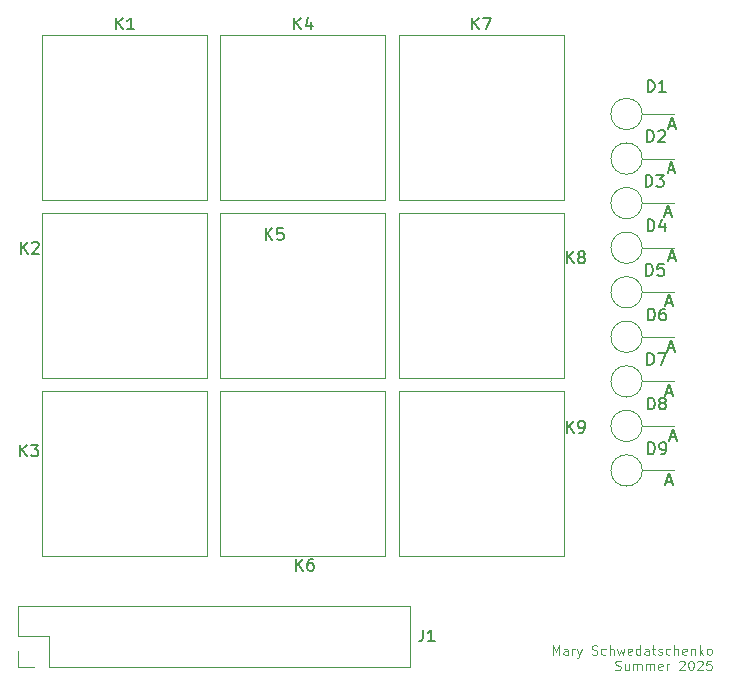
<source format=gto>
%TF.GenerationSoftware,KiCad,Pcbnew,8.0.5*%
%TF.CreationDate,2025-07-15T13:21:23-04:00*%
%TF.ProjectId,macropad,6d616372-6f70-4616-942e-6b696361645f,rev?*%
%TF.SameCoordinates,Original*%
%TF.FileFunction,Legend,Top*%
%TF.FilePolarity,Positive*%
%FSLAX46Y46*%
G04 Gerber Fmt 4.6, Leading zero omitted, Abs format (unit mm)*
G04 Created by KiCad (PCBNEW 8.0.5) date 2025-07-15 13:21:23*
%MOMM*%
%LPD*%
G01*
G04 APERTURE LIST*
%ADD10C,0.093750*%
%ADD11C,0.150000*%
%ADD12C,0.120000*%
G04 APERTURE END LIST*
D10*
X165078320Y-110189265D02*
X165078320Y-109389265D01*
X165078320Y-109389265D02*
X165344986Y-109960693D01*
X165344986Y-109960693D02*
X165611653Y-109389265D01*
X165611653Y-109389265D02*
X165611653Y-110189265D01*
X166335463Y-110189265D02*
X166335463Y-109770217D01*
X166335463Y-109770217D02*
X166297368Y-109694027D01*
X166297368Y-109694027D02*
X166221177Y-109655931D01*
X166221177Y-109655931D02*
X166068796Y-109655931D01*
X166068796Y-109655931D02*
X165992606Y-109694027D01*
X166335463Y-110151170D02*
X166259272Y-110189265D01*
X166259272Y-110189265D02*
X166068796Y-110189265D01*
X166068796Y-110189265D02*
X165992606Y-110151170D01*
X165992606Y-110151170D02*
X165954510Y-110074979D01*
X165954510Y-110074979D02*
X165954510Y-109998789D01*
X165954510Y-109998789D02*
X165992606Y-109922598D01*
X165992606Y-109922598D02*
X166068796Y-109884503D01*
X166068796Y-109884503D02*
X166259272Y-109884503D01*
X166259272Y-109884503D02*
X166335463Y-109846408D01*
X166716416Y-110189265D02*
X166716416Y-109655931D01*
X166716416Y-109808312D02*
X166754511Y-109732122D01*
X166754511Y-109732122D02*
X166792606Y-109694027D01*
X166792606Y-109694027D02*
X166868797Y-109655931D01*
X166868797Y-109655931D02*
X166944987Y-109655931D01*
X167135463Y-109655931D02*
X167325939Y-110189265D01*
X167516416Y-109655931D02*
X167325939Y-110189265D01*
X167325939Y-110189265D02*
X167249749Y-110379741D01*
X167249749Y-110379741D02*
X167211654Y-110417836D01*
X167211654Y-110417836D02*
X167135463Y-110455931D01*
X168392606Y-110151170D02*
X168506892Y-110189265D01*
X168506892Y-110189265D02*
X168697368Y-110189265D01*
X168697368Y-110189265D02*
X168773559Y-110151170D01*
X168773559Y-110151170D02*
X168811654Y-110113074D01*
X168811654Y-110113074D02*
X168849749Y-110036884D01*
X168849749Y-110036884D02*
X168849749Y-109960693D01*
X168849749Y-109960693D02*
X168811654Y-109884503D01*
X168811654Y-109884503D02*
X168773559Y-109846408D01*
X168773559Y-109846408D02*
X168697368Y-109808312D01*
X168697368Y-109808312D02*
X168544987Y-109770217D01*
X168544987Y-109770217D02*
X168468797Y-109732122D01*
X168468797Y-109732122D02*
X168430702Y-109694027D01*
X168430702Y-109694027D02*
X168392606Y-109617836D01*
X168392606Y-109617836D02*
X168392606Y-109541646D01*
X168392606Y-109541646D02*
X168430702Y-109465455D01*
X168430702Y-109465455D02*
X168468797Y-109427360D01*
X168468797Y-109427360D02*
X168544987Y-109389265D01*
X168544987Y-109389265D02*
X168735464Y-109389265D01*
X168735464Y-109389265D02*
X168849749Y-109427360D01*
X169535464Y-110151170D02*
X169459273Y-110189265D01*
X169459273Y-110189265D02*
X169306892Y-110189265D01*
X169306892Y-110189265D02*
X169230702Y-110151170D01*
X169230702Y-110151170D02*
X169192607Y-110113074D01*
X169192607Y-110113074D02*
X169154511Y-110036884D01*
X169154511Y-110036884D02*
X169154511Y-109808312D01*
X169154511Y-109808312D02*
X169192607Y-109732122D01*
X169192607Y-109732122D02*
X169230702Y-109694027D01*
X169230702Y-109694027D02*
X169306892Y-109655931D01*
X169306892Y-109655931D02*
X169459273Y-109655931D01*
X169459273Y-109655931D02*
X169535464Y-109694027D01*
X169878321Y-110189265D02*
X169878321Y-109389265D01*
X170221178Y-110189265D02*
X170221178Y-109770217D01*
X170221178Y-109770217D02*
X170183083Y-109694027D01*
X170183083Y-109694027D02*
X170106892Y-109655931D01*
X170106892Y-109655931D02*
X169992606Y-109655931D01*
X169992606Y-109655931D02*
X169916416Y-109694027D01*
X169916416Y-109694027D02*
X169878321Y-109732122D01*
X170525940Y-109655931D02*
X170678321Y-110189265D01*
X170678321Y-110189265D02*
X170830702Y-109808312D01*
X170830702Y-109808312D02*
X170983083Y-110189265D01*
X170983083Y-110189265D02*
X171135464Y-109655931D01*
X171744988Y-110151170D02*
X171668797Y-110189265D01*
X171668797Y-110189265D02*
X171516416Y-110189265D01*
X171516416Y-110189265D02*
X171440226Y-110151170D01*
X171440226Y-110151170D02*
X171402130Y-110074979D01*
X171402130Y-110074979D02*
X171402130Y-109770217D01*
X171402130Y-109770217D02*
X171440226Y-109694027D01*
X171440226Y-109694027D02*
X171516416Y-109655931D01*
X171516416Y-109655931D02*
X171668797Y-109655931D01*
X171668797Y-109655931D02*
X171744988Y-109694027D01*
X171744988Y-109694027D02*
X171783083Y-109770217D01*
X171783083Y-109770217D02*
X171783083Y-109846408D01*
X171783083Y-109846408D02*
X171402130Y-109922598D01*
X172468797Y-110189265D02*
X172468797Y-109389265D01*
X172468797Y-110151170D02*
X172392606Y-110189265D01*
X172392606Y-110189265D02*
X172240225Y-110189265D01*
X172240225Y-110189265D02*
X172164035Y-110151170D01*
X172164035Y-110151170D02*
X172125940Y-110113074D01*
X172125940Y-110113074D02*
X172087844Y-110036884D01*
X172087844Y-110036884D02*
X172087844Y-109808312D01*
X172087844Y-109808312D02*
X172125940Y-109732122D01*
X172125940Y-109732122D02*
X172164035Y-109694027D01*
X172164035Y-109694027D02*
X172240225Y-109655931D01*
X172240225Y-109655931D02*
X172392606Y-109655931D01*
X172392606Y-109655931D02*
X172468797Y-109694027D01*
X173192607Y-110189265D02*
X173192607Y-109770217D01*
X173192607Y-109770217D02*
X173154512Y-109694027D01*
X173154512Y-109694027D02*
X173078321Y-109655931D01*
X173078321Y-109655931D02*
X172925940Y-109655931D01*
X172925940Y-109655931D02*
X172849750Y-109694027D01*
X173192607Y-110151170D02*
X173116416Y-110189265D01*
X173116416Y-110189265D02*
X172925940Y-110189265D01*
X172925940Y-110189265D02*
X172849750Y-110151170D01*
X172849750Y-110151170D02*
X172811654Y-110074979D01*
X172811654Y-110074979D02*
X172811654Y-109998789D01*
X172811654Y-109998789D02*
X172849750Y-109922598D01*
X172849750Y-109922598D02*
X172925940Y-109884503D01*
X172925940Y-109884503D02*
X173116416Y-109884503D01*
X173116416Y-109884503D02*
X173192607Y-109846408D01*
X173459274Y-109655931D02*
X173764036Y-109655931D01*
X173573560Y-109389265D02*
X173573560Y-110074979D01*
X173573560Y-110074979D02*
X173611655Y-110151170D01*
X173611655Y-110151170D02*
X173687845Y-110189265D01*
X173687845Y-110189265D02*
X173764036Y-110189265D01*
X173992607Y-110151170D02*
X174068798Y-110189265D01*
X174068798Y-110189265D02*
X174221179Y-110189265D01*
X174221179Y-110189265D02*
X174297369Y-110151170D01*
X174297369Y-110151170D02*
X174335465Y-110074979D01*
X174335465Y-110074979D02*
X174335465Y-110036884D01*
X174335465Y-110036884D02*
X174297369Y-109960693D01*
X174297369Y-109960693D02*
X174221179Y-109922598D01*
X174221179Y-109922598D02*
X174106893Y-109922598D01*
X174106893Y-109922598D02*
X174030703Y-109884503D01*
X174030703Y-109884503D02*
X173992607Y-109808312D01*
X173992607Y-109808312D02*
X173992607Y-109770217D01*
X173992607Y-109770217D02*
X174030703Y-109694027D01*
X174030703Y-109694027D02*
X174106893Y-109655931D01*
X174106893Y-109655931D02*
X174221179Y-109655931D01*
X174221179Y-109655931D02*
X174297369Y-109694027D01*
X175021179Y-110151170D02*
X174944988Y-110189265D01*
X174944988Y-110189265D02*
X174792607Y-110189265D01*
X174792607Y-110189265D02*
X174716417Y-110151170D01*
X174716417Y-110151170D02*
X174678322Y-110113074D01*
X174678322Y-110113074D02*
X174640226Y-110036884D01*
X174640226Y-110036884D02*
X174640226Y-109808312D01*
X174640226Y-109808312D02*
X174678322Y-109732122D01*
X174678322Y-109732122D02*
X174716417Y-109694027D01*
X174716417Y-109694027D02*
X174792607Y-109655931D01*
X174792607Y-109655931D02*
X174944988Y-109655931D01*
X174944988Y-109655931D02*
X175021179Y-109694027D01*
X175364036Y-110189265D02*
X175364036Y-109389265D01*
X175706893Y-110189265D02*
X175706893Y-109770217D01*
X175706893Y-109770217D02*
X175668798Y-109694027D01*
X175668798Y-109694027D02*
X175592607Y-109655931D01*
X175592607Y-109655931D02*
X175478321Y-109655931D01*
X175478321Y-109655931D02*
X175402131Y-109694027D01*
X175402131Y-109694027D02*
X175364036Y-109732122D01*
X176392608Y-110151170D02*
X176316417Y-110189265D01*
X176316417Y-110189265D02*
X176164036Y-110189265D01*
X176164036Y-110189265D02*
X176087846Y-110151170D01*
X176087846Y-110151170D02*
X176049750Y-110074979D01*
X176049750Y-110074979D02*
X176049750Y-109770217D01*
X176049750Y-109770217D02*
X176087846Y-109694027D01*
X176087846Y-109694027D02*
X176164036Y-109655931D01*
X176164036Y-109655931D02*
X176316417Y-109655931D01*
X176316417Y-109655931D02*
X176392608Y-109694027D01*
X176392608Y-109694027D02*
X176430703Y-109770217D01*
X176430703Y-109770217D02*
X176430703Y-109846408D01*
X176430703Y-109846408D02*
X176049750Y-109922598D01*
X176773560Y-109655931D02*
X176773560Y-110189265D01*
X176773560Y-109732122D02*
X176811655Y-109694027D01*
X176811655Y-109694027D02*
X176887845Y-109655931D01*
X176887845Y-109655931D02*
X177002131Y-109655931D01*
X177002131Y-109655931D02*
X177078322Y-109694027D01*
X177078322Y-109694027D02*
X177116417Y-109770217D01*
X177116417Y-109770217D02*
X177116417Y-110189265D01*
X177497370Y-110189265D02*
X177497370Y-109389265D01*
X177573560Y-109884503D02*
X177802132Y-110189265D01*
X177802132Y-109655931D02*
X177497370Y-109960693D01*
X178259274Y-110189265D02*
X178183084Y-110151170D01*
X178183084Y-110151170D02*
X178144989Y-110113074D01*
X178144989Y-110113074D02*
X178106893Y-110036884D01*
X178106893Y-110036884D02*
X178106893Y-109808312D01*
X178106893Y-109808312D02*
X178144989Y-109732122D01*
X178144989Y-109732122D02*
X178183084Y-109694027D01*
X178183084Y-109694027D02*
X178259274Y-109655931D01*
X178259274Y-109655931D02*
X178373560Y-109655931D01*
X178373560Y-109655931D02*
X178449751Y-109694027D01*
X178449751Y-109694027D02*
X178487846Y-109732122D01*
X178487846Y-109732122D02*
X178525941Y-109808312D01*
X178525941Y-109808312D02*
X178525941Y-110036884D01*
X178525941Y-110036884D02*
X178487846Y-110113074D01*
X178487846Y-110113074D02*
X178449751Y-110151170D01*
X178449751Y-110151170D02*
X178373560Y-110189265D01*
X178373560Y-110189265D02*
X178259274Y-110189265D01*
X170373558Y-111439125D02*
X170487844Y-111477220D01*
X170487844Y-111477220D02*
X170678320Y-111477220D01*
X170678320Y-111477220D02*
X170754511Y-111439125D01*
X170754511Y-111439125D02*
X170792606Y-111401029D01*
X170792606Y-111401029D02*
X170830701Y-111324839D01*
X170830701Y-111324839D02*
X170830701Y-111248648D01*
X170830701Y-111248648D02*
X170792606Y-111172458D01*
X170792606Y-111172458D02*
X170754511Y-111134363D01*
X170754511Y-111134363D02*
X170678320Y-111096267D01*
X170678320Y-111096267D02*
X170525939Y-111058172D01*
X170525939Y-111058172D02*
X170449749Y-111020077D01*
X170449749Y-111020077D02*
X170411654Y-110981982D01*
X170411654Y-110981982D02*
X170373558Y-110905791D01*
X170373558Y-110905791D02*
X170373558Y-110829601D01*
X170373558Y-110829601D02*
X170411654Y-110753410D01*
X170411654Y-110753410D02*
X170449749Y-110715315D01*
X170449749Y-110715315D02*
X170525939Y-110677220D01*
X170525939Y-110677220D02*
X170716416Y-110677220D01*
X170716416Y-110677220D02*
X170830701Y-110715315D01*
X171516416Y-110943886D02*
X171516416Y-111477220D01*
X171173559Y-110943886D02*
X171173559Y-111362934D01*
X171173559Y-111362934D02*
X171211654Y-111439125D01*
X171211654Y-111439125D02*
X171287844Y-111477220D01*
X171287844Y-111477220D02*
X171402130Y-111477220D01*
X171402130Y-111477220D02*
X171478321Y-111439125D01*
X171478321Y-111439125D02*
X171516416Y-111401029D01*
X171897369Y-111477220D02*
X171897369Y-110943886D01*
X171897369Y-111020077D02*
X171935464Y-110981982D01*
X171935464Y-110981982D02*
X172011654Y-110943886D01*
X172011654Y-110943886D02*
X172125940Y-110943886D01*
X172125940Y-110943886D02*
X172202131Y-110981982D01*
X172202131Y-110981982D02*
X172240226Y-111058172D01*
X172240226Y-111058172D02*
X172240226Y-111477220D01*
X172240226Y-111058172D02*
X172278321Y-110981982D01*
X172278321Y-110981982D02*
X172354512Y-110943886D01*
X172354512Y-110943886D02*
X172468797Y-110943886D01*
X172468797Y-110943886D02*
X172544988Y-110981982D01*
X172544988Y-110981982D02*
X172583083Y-111058172D01*
X172583083Y-111058172D02*
X172583083Y-111477220D01*
X172964036Y-111477220D02*
X172964036Y-110943886D01*
X172964036Y-111020077D02*
X173002131Y-110981982D01*
X173002131Y-110981982D02*
X173078321Y-110943886D01*
X173078321Y-110943886D02*
X173192607Y-110943886D01*
X173192607Y-110943886D02*
X173268798Y-110981982D01*
X173268798Y-110981982D02*
X173306893Y-111058172D01*
X173306893Y-111058172D02*
X173306893Y-111477220D01*
X173306893Y-111058172D02*
X173344988Y-110981982D01*
X173344988Y-110981982D02*
X173421179Y-110943886D01*
X173421179Y-110943886D02*
X173535464Y-110943886D01*
X173535464Y-110943886D02*
X173611655Y-110981982D01*
X173611655Y-110981982D02*
X173649750Y-111058172D01*
X173649750Y-111058172D02*
X173649750Y-111477220D01*
X174335465Y-111439125D02*
X174259274Y-111477220D01*
X174259274Y-111477220D02*
X174106893Y-111477220D01*
X174106893Y-111477220D02*
X174030703Y-111439125D01*
X174030703Y-111439125D02*
X173992607Y-111362934D01*
X173992607Y-111362934D02*
X173992607Y-111058172D01*
X173992607Y-111058172D02*
X174030703Y-110981982D01*
X174030703Y-110981982D02*
X174106893Y-110943886D01*
X174106893Y-110943886D02*
X174259274Y-110943886D01*
X174259274Y-110943886D02*
X174335465Y-110981982D01*
X174335465Y-110981982D02*
X174373560Y-111058172D01*
X174373560Y-111058172D02*
X174373560Y-111134363D01*
X174373560Y-111134363D02*
X173992607Y-111210553D01*
X174716417Y-111477220D02*
X174716417Y-110943886D01*
X174716417Y-111096267D02*
X174754512Y-111020077D01*
X174754512Y-111020077D02*
X174792607Y-110981982D01*
X174792607Y-110981982D02*
X174868798Y-110943886D01*
X174868798Y-110943886D02*
X174944988Y-110943886D01*
X175783083Y-110753410D02*
X175821179Y-110715315D01*
X175821179Y-110715315D02*
X175897369Y-110677220D01*
X175897369Y-110677220D02*
X176087845Y-110677220D01*
X176087845Y-110677220D02*
X176164036Y-110715315D01*
X176164036Y-110715315D02*
X176202131Y-110753410D01*
X176202131Y-110753410D02*
X176240226Y-110829601D01*
X176240226Y-110829601D02*
X176240226Y-110905791D01*
X176240226Y-110905791D02*
X176202131Y-111020077D01*
X176202131Y-111020077D02*
X175744988Y-111477220D01*
X175744988Y-111477220D02*
X176240226Y-111477220D01*
X176735465Y-110677220D02*
X176811655Y-110677220D01*
X176811655Y-110677220D02*
X176887846Y-110715315D01*
X176887846Y-110715315D02*
X176925941Y-110753410D01*
X176925941Y-110753410D02*
X176964036Y-110829601D01*
X176964036Y-110829601D02*
X177002131Y-110981982D01*
X177002131Y-110981982D02*
X177002131Y-111172458D01*
X177002131Y-111172458D02*
X176964036Y-111324839D01*
X176964036Y-111324839D02*
X176925941Y-111401029D01*
X176925941Y-111401029D02*
X176887846Y-111439125D01*
X176887846Y-111439125D02*
X176811655Y-111477220D01*
X176811655Y-111477220D02*
X176735465Y-111477220D01*
X176735465Y-111477220D02*
X176659274Y-111439125D01*
X176659274Y-111439125D02*
X176621179Y-111401029D01*
X176621179Y-111401029D02*
X176583084Y-111324839D01*
X176583084Y-111324839D02*
X176544988Y-111172458D01*
X176544988Y-111172458D02*
X176544988Y-110981982D01*
X176544988Y-110981982D02*
X176583084Y-110829601D01*
X176583084Y-110829601D02*
X176621179Y-110753410D01*
X176621179Y-110753410D02*
X176659274Y-110715315D01*
X176659274Y-110715315D02*
X176735465Y-110677220D01*
X177306893Y-110753410D02*
X177344989Y-110715315D01*
X177344989Y-110715315D02*
X177421179Y-110677220D01*
X177421179Y-110677220D02*
X177611655Y-110677220D01*
X177611655Y-110677220D02*
X177687846Y-110715315D01*
X177687846Y-110715315D02*
X177725941Y-110753410D01*
X177725941Y-110753410D02*
X177764036Y-110829601D01*
X177764036Y-110829601D02*
X177764036Y-110905791D01*
X177764036Y-110905791D02*
X177725941Y-111020077D01*
X177725941Y-111020077D02*
X177268798Y-111477220D01*
X177268798Y-111477220D02*
X177764036Y-111477220D01*
X178487846Y-110677220D02*
X178106894Y-110677220D01*
X178106894Y-110677220D02*
X178068798Y-111058172D01*
X178068798Y-111058172D02*
X178106894Y-111020077D01*
X178106894Y-111020077D02*
X178183084Y-110981982D01*
X178183084Y-110981982D02*
X178373560Y-110981982D01*
X178373560Y-110981982D02*
X178449751Y-111020077D01*
X178449751Y-111020077D02*
X178487846Y-111058172D01*
X178487846Y-111058172D02*
X178525941Y-111134363D01*
X178525941Y-111134363D02*
X178525941Y-111324839D01*
X178525941Y-111324839D02*
X178487846Y-111401029D01*
X178487846Y-111401029D02*
X178449751Y-111439125D01*
X178449751Y-111439125D02*
X178373560Y-111477220D01*
X178373560Y-111477220D02*
X178183084Y-111477220D01*
X178183084Y-111477220D02*
X178106894Y-111439125D01*
X178106894Y-111439125D02*
X178068798Y-111401029D01*
D11*
X143331905Y-103064819D02*
X143331905Y-102064819D01*
X143903333Y-103064819D02*
X143474762Y-102493390D01*
X143903333Y-102064819D02*
X143331905Y-102636247D01*
X144760476Y-102064819D02*
X144570000Y-102064819D01*
X144570000Y-102064819D02*
X144474762Y-102112438D01*
X144474762Y-102112438D02*
X144427143Y-102160057D01*
X144427143Y-102160057D02*
X144331905Y-102302914D01*
X144331905Y-102302914D02*
X144284286Y-102493390D01*
X144284286Y-102493390D02*
X144284286Y-102874342D01*
X144284286Y-102874342D02*
X144331905Y-102969580D01*
X144331905Y-102969580D02*
X144379524Y-103017200D01*
X144379524Y-103017200D02*
X144474762Y-103064819D01*
X144474762Y-103064819D02*
X144665238Y-103064819D01*
X144665238Y-103064819D02*
X144760476Y-103017200D01*
X144760476Y-103017200D02*
X144808095Y-102969580D01*
X144808095Y-102969580D02*
X144855714Y-102874342D01*
X144855714Y-102874342D02*
X144855714Y-102636247D01*
X144855714Y-102636247D02*
X144808095Y-102541009D01*
X144808095Y-102541009D02*
X144760476Y-102493390D01*
X144760476Y-102493390D02*
X144665238Y-102445771D01*
X144665238Y-102445771D02*
X144474762Y-102445771D01*
X144474762Y-102445771D02*
X144379524Y-102493390D01*
X144379524Y-102493390D02*
X144331905Y-102541009D01*
X144331905Y-102541009D02*
X144284286Y-102636247D01*
X120051905Y-76214819D02*
X120051905Y-75214819D01*
X120623333Y-76214819D02*
X120194762Y-75643390D01*
X120623333Y-75214819D02*
X120051905Y-75786247D01*
X121004286Y-75310057D02*
X121051905Y-75262438D01*
X121051905Y-75262438D02*
X121147143Y-75214819D01*
X121147143Y-75214819D02*
X121385238Y-75214819D01*
X121385238Y-75214819D02*
X121480476Y-75262438D01*
X121480476Y-75262438D02*
X121528095Y-75310057D01*
X121528095Y-75310057D02*
X121575714Y-75405295D01*
X121575714Y-75405295D02*
X121575714Y-75500533D01*
X121575714Y-75500533D02*
X121528095Y-75643390D01*
X121528095Y-75643390D02*
X120956667Y-76214819D01*
X120956667Y-76214819D02*
X121575714Y-76214819D01*
X173131905Y-89414819D02*
X173131905Y-88414819D01*
X173131905Y-88414819D02*
X173370000Y-88414819D01*
X173370000Y-88414819D02*
X173512857Y-88462438D01*
X173512857Y-88462438D02*
X173608095Y-88557676D01*
X173608095Y-88557676D02*
X173655714Y-88652914D01*
X173655714Y-88652914D02*
X173703333Y-88843390D01*
X173703333Y-88843390D02*
X173703333Y-88986247D01*
X173703333Y-88986247D02*
X173655714Y-89176723D01*
X173655714Y-89176723D02*
X173608095Y-89271961D01*
X173608095Y-89271961D02*
X173512857Y-89367200D01*
X173512857Y-89367200D02*
X173370000Y-89414819D01*
X173370000Y-89414819D02*
X173131905Y-89414819D01*
X174274762Y-88843390D02*
X174179524Y-88795771D01*
X174179524Y-88795771D02*
X174131905Y-88748152D01*
X174131905Y-88748152D02*
X174084286Y-88652914D01*
X174084286Y-88652914D02*
X174084286Y-88605295D01*
X174084286Y-88605295D02*
X174131905Y-88510057D01*
X174131905Y-88510057D02*
X174179524Y-88462438D01*
X174179524Y-88462438D02*
X174274762Y-88414819D01*
X174274762Y-88414819D02*
X174465238Y-88414819D01*
X174465238Y-88414819D02*
X174560476Y-88462438D01*
X174560476Y-88462438D02*
X174608095Y-88510057D01*
X174608095Y-88510057D02*
X174655714Y-88605295D01*
X174655714Y-88605295D02*
X174655714Y-88652914D01*
X174655714Y-88652914D02*
X174608095Y-88748152D01*
X174608095Y-88748152D02*
X174560476Y-88795771D01*
X174560476Y-88795771D02*
X174465238Y-88843390D01*
X174465238Y-88843390D02*
X174274762Y-88843390D01*
X174274762Y-88843390D02*
X174179524Y-88891009D01*
X174179524Y-88891009D02*
X174131905Y-88938628D01*
X174131905Y-88938628D02*
X174084286Y-89033866D01*
X174084286Y-89033866D02*
X174084286Y-89224342D01*
X174084286Y-89224342D02*
X174131905Y-89319580D01*
X174131905Y-89319580D02*
X174179524Y-89367200D01*
X174179524Y-89367200D02*
X174274762Y-89414819D01*
X174274762Y-89414819D02*
X174465238Y-89414819D01*
X174465238Y-89414819D02*
X174560476Y-89367200D01*
X174560476Y-89367200D02*
X174608095Y-89319580D01*
X174608095Y-89319580D02*
X174655714Y-89224342D01*
X174655714Y-89224342D02*
X174655714Y-89033866D01*
X174655714Y-89033866D02*
X174608095Y-88938628D01*
X174608095Y-88938628D02*
X174560476Y-88891009D01*
X174560476Y-88891009D02*
X174465238Y-88843390D01*
X175001905Y-91779104D02*
X175478095Y-91779104D01*
X174906667Y-92064819D02*
X175240000Y-91064819D01*
X175240000Y-91064819D02*
X175573333Y-92064819D01*
X120001905Y-93384819D02*
X120001905Y-92384819D01*
X120573333Y-93384819D02*
X120144762Y-92813390D01*
X120573333Y-92384819D02*
X120001905Y-92956247D01*
X120906667Y-92384819D02*
X121525714Y-92384819D01*
X121525714Y-92384819D02*
X121192381Y-92765771D01*
X121192381Y-92765771D02*
X121335238Y-92765771D01*
X121335238Y-92765771D02*
X121430476Y-92813390D01*
X121430476Y-92813390D02*
X121478095Y-92861009D01*
X121478095Y-92861009D02*
X121525714Y-92956247D01*
X121525714Y-92956247D02*
X121525714Y-93194342D01*
X121525714Y-93194342D02*
X121478095Y-93289580D01*
X121478095Y-93289580D02*
X121430476Y-93337200D01*
X121430476Y-93337200D02*
X121335238Y-93384819D01*
X121335238Y-93384819D02*
X121049524Y-93384819D01*
X121049524Y-93384819D02*
X120954286Y-93337200D01*
X120954286Y-93337200D02*
X120906667Y-93289580D01*
X172971905Y-78084819D02*
X172971905Y-77084819D01*
X172971905Y-77084819D02*
X173210000Y-77084819D01*
X173210000Y-77084819D02*
X173352857Y-77132438D01*
X173352857Y-77132438D02*
X173448095Y-77227676D01*
X173448095Y-77227676D02*
X173495714Y-77322914D01*
X173495714Y-77322914D02*
X173543333Y-77513390D01*
X173543333Y-77513390D02*
X173543333Y-77656247D01*
X173543333Y-77656247D02*
X173495714Y-77846723D01*
X173495714Y-77846723D02*
X173448095Y-77941961D01*
X173448095Y-77941961D02*
X173352857Y-78037200D01*
X173352857Y-78037200D02*
X173210000Y-78084819D01*
X173210000Y-78084819D02*
X172971905Y-78084819D01*
X174448095Y-77084819D02*
X173971905Y-77084819D01*
X173971905Y-77084819D02*
X173924286Y-77561009D01*
X173924286Y-77561009D02*
X173971905Y-77513390D01*
X173971905Y-77513390D02*
X174067143Y-77465771D01*
X174067143Y-77465771D02*
X174305238Y-77465771D01*
X174305238Y-77465771D02*
X174400476Y-77513390D01*
X174400476Y-77513390D02*
X174448095Y-77561009D01*
X174448095Y-77561009D02*
X174495714Y-77656247D01*
X174495714Y-77656247D02*
X174495714Y-77894342D01*
X174495714Y-77894342D02*
X174448095Y-77989580D01*
X174448095Y-77989580D02*
X174400476Y-78037200D01*
X174400476Y-78037200D02*
X174305238Y-78084819D01*
X174305238Y-78084819D02*
X174067143Y-78084819D01*
X174067143Y-78084819D02*
X173971905Y-78037200D01*
X173971905Y-78037200D02*
X173924286Y-77989580D01*
X174701905Y-80359104D02*
X175178095Y-80359104D01*
X174606667Y-80644819D02*
X174940000Y-79644819D01*
X174940000Y-79644819D02*
X175273333Y-80644819D01*
X172931905Y-70554819D02*
X172931905Y-69554819D01*
X172931905Y-69554819D02*
X173170000Y-69554819D01*
X173170000Y-69554819D02*
X173312857Y-69602438D01*
X173312857Y-69602438D02*
X173408095Y-69697676D01*
X173408095Y-69697676D02*
X173455714Y-69792914D01*
X173455714Y-69792914D02*
X173503333Y-69983390D01*
X173503333Y-69983390D02*
X173503333Y-70126247D01*
X173503333Y-70126247D02*
X173455714Y-70316723D01*
X173455714Y-70316723D02*
X173408095Y-70411961D01*
X173408095Y-70411961D02*
X173312857Y-70507200D01*
X173312857Y-70507200D02*
X173170000Y-70554819D01*
X173170000Y-70554819D02*
X172931905Y-70554819D01*
X173836667Y-69554819D02*
X174455714Y-69554819D01*
X174455714Y-69554819D02*
X174122381Y-69935771D01*
X174122381Y-69935771D02*
X174265238Y-69935771D01*
X174265238Y-69935771D02*
X174360476Y-69983390D01*
X174360476Y-69983390D02*
X174408095Y-70031009D01*
X174408095Y-70031009D02*
X174455714Y-70126247D01*
X174455714Y-70126247D02*
X174455714Y-70364342D01*
X174455714Y-70364342D02*
X174408095Y-70459580D01*
X174408095Y-70459580D02*
X174360476Y-70507200D01*
X174360476Y-70507200D02*
X174265238Y-70554819D01*
X174265238Y-70554819D02*
X173979524Y-70554819D01*
X173979524Y-70554819D02*
X173884286Y-70507200D01*
X173884286Y-70507200D02*
X173836667Y-70459580D01*
X174561905Y-72799104D02*
X175038095Y-72799104D01*
X174466667Y-73084819D02*
X174800000Y-72084819D01*
X174800000Y-72084819D02*
X175133333Y-73084819D01*
X158271905Y-57240819D02*
X158271905Y-56240819D01*
X158843333Y-57240819D02*
X158414762Y-56669390D01*
X158843333Y-56240819D02*
X158271905Y-56812247D01*
X159176667Y-56240819D02*
X159843333Y-56240819D01*
X159843333Y-56240819D02*
X159414762Y-57240819D01*
X173081905Y-85634819D02*
X173081905Y-84634819D01*
X173081905Y-84634819D02*
X173320000Y-84634819D01*
X173320000Y-84634819D02*
X173462857Y-84682438D01*
X173462857Y-84682438D02*
X173558095Y-84777676D01*
X173558095Y-84777676D02*
X173605714Y-84872914D01*
X173605714Y-84872914D02*
X173653333Y-85063390D01*
X173653333Y-85063390D02*
X173653333Y-85206247D01*
X173653333Y-85206247D02*
X173605714Y-85396723D01*
X173605714Y-85396723D02*
X173558095Y-85491961D01*
X173558095Y-85491961D02*
X173462857Y-85587200D01*
X173462857Y-85587200D02*
X173320000Y-85634819D01*
X173320000Y-85634819D02*
X173081905Y-85634819D01*
X173986667Y-84634819D02*
X174653333Y-84634819D01*
X174653333Y-84634819D02*
X174224762Y-85634819D01*
X174657591Y-88001846D02*
X175133781Y-88001846D01*
X174562353Y-88287561D02*
X174895686Y-87287561D01*
X174895686Y-87287561D02*
X175229019Y-88287561D01*
X173151905Y-93194819D02*
X173151905Y-92194819D01*
X173151905Y-92194819D02*
X173390000Y-92194819D01*
X173390000Y-92194819D02*
X173532857Y-92242438D01*
X173532857Y-92242438D02*
X173628095Y-92337676D01*
X173628095Y-92337676D02*
X173675714Y-92432914D01*
X173675714Y-92432914D02*
X173723333Y-92623390D01*
X173723333Y-92623390D02*
X173723333Y-92766247D01*
X173723333Y-92766247D02*
X173675714Y-92956723D01*
X173675714Y-92956723D02*
X173628095Y-93051961D01*
X173628095Y-93051961D02*
X173532857Y-93147200D01*
X173532857Y-93147200D02*
X173390000Y-93194819D01*
X173390000Y-93194819D02*
X173151905Y-93194819D01*
X174199524Y-93194819D02*
X174390000Y-93194819D01*
X174390000Y-93194819D02*
X174485238Y-93147200D01*
X174485238Y-93147200D02*
X174532857Y-93099580D01*
X174532857Y-93099580D02*
X174628095Y-92956723D01*
X174628095Y-92956723D02*
X174675714Y-92766247D01*
X174675714Y-92766247D02*
X174675714Y-92385295D01*
X174675714Y-92385295D02*
X174628095Y-92290057D01*
X174628095Y-92290057D02*
X174580476Y-92242438D01*
X174580476Y-92242438D02*
X174485238Y-92194819D01*
X174485238Y-92194819D02*
X174294762Y-92194819D01*
X174294762Y-92194819D02*
X174199524Y-92242438D01*
X174199524Y-92242438D02*
X174151905Y-92290057D01*
X174151905Y-92290057D02*
X174104286Y-92385295D01*
X174104286Y-92385295D02*
X174104286Y-92623390D01*
X174104286Y-92623390D02*
X174151905Y-92718628D01*
X174151905Y-92718628D02*
X174199524Y-92766247D01*
X174199524Y-92766247D02*
X174294762Y-92813866D01*
X174294762Y-92813866D02*
X174485238Y-92813866D01*
X174485238Y-92813866D02*
X174580476Y-92766247D01*
X174580476Y-92766247D02*
X174628095Y-92718628D01*
X174628095Y-92718628D02*
X174675714Y-92623390D01*
X174657591Y-95547330D02*
X175133781Y-95547330D01*
X174562353Y-95833045D02*
X174895686Y-94833045D01*
X174895686Y-94833045D02*
X175229019Y-95833045D01*
X166271905Y-91374819D02*
X166271905Y-90374819D01*
X166843333Y-91374819D02*
X166414762Y-90803390D01*
X166843333Y-90374819D02*
X166271905Y-90946247D01*
X167319524Y-91374819D02*
X167510000Y-91374819D01*
X167510000Y-91374819D02*
X167605238Y-91327200D01*
X167605238Y-91327200D02*
X167652857Y-91279580D01*
X167652857Y-91279580D02*
X167748095Y-91136723D01*
X167748095Y-91136723D02*
X167795714Y-90946247D01*
X167795714Y-90946247D02*
X167795714Y-90565295D01*
X167795714Y-90565295D02*
X167748095Y-90470057D01*
X167748095Y-90470057D02*
X167700476Y-90422438D01*
X167700476Y-90422438D02*
X167605238Y-90374819D01*
X167605238Y-90374819D02*
X167414762Y-90374819D01*
X167414762Y-90374819D02*
X167319524Y-90422438D01*
X167319524Y-90422438D02*
X167271905Y-90470057D01*
X167271905Y-90470057D02*
X167224286Y-90565295D01*
X167224286Y-90565295D02*
X167224286Y-90803390D01*
X167224286Y-90803390D02*
X167271905Y-90898628D01*
X167271905Y-90898628D02*
X167319524Y-90946247D01*
X167319524Y-90946247D02*
X167414762Y-90993866D01*
X167414762Y-90993866D02*
X167605238Y-90993866D01*
X167605238Y-90993866D02*
X167700476Y-90946247D01*
X167700476Y-90946247D02*
X167748095Y-90898628D01*
X167748095Y-90898628D02*
X167795714Y-90803390D01*
X173117591Y-62524738D02*
X173117591Y-61524738D01*
X173117591Y-61524738D02*
X173355686Y-61524738D01*
X173355686Y-61524738D02*
X173498543Y-61572357D01*
X173498543Y-61572357D02*
X173593781Y-61667595D01*
X173593781Y-61667595D02*
X173641400Y-61762833D01*
X173641400Y-61762833D02*
X173689019Y-61953309D01*
X173689019Y-61953309D02*
X173689019Y-62096166D01*
X173689019Y-62096166D02*
X173641400Y-62286642D01*
X173641400Y-62286642D02*
X173593781Y-62381880D01*
X173593781Y-62381880D02*
X173498543Y-62477119D01*
X173498543Y-62477119D02*
X173355686Y-62524738D01*
X173355686Y-62524738D02*
X173117591Y-62524738D01*
X174641400Y-62524738D02*
X174069972Y-62524738D01*
X174355686Y-62524738D02*
X174355686Y-61524738D01*
X174355686Y-61524738D02*
X174260448Y-61667595D01*
X174260448Y-61667595D02*
X174165210Y-61762833D01*
X174165210Y-61762833D02*
X174069972Y-61810452D01*
X174891905Y-65399104D02*
X175368095Y-65399104D01*
X174796667Y-65684819D02*
X175130000Y-64684819D01*
X175130000Y-64684819D02*
X175463333Y-65684819D01*
X173061905Y-66764819D02*
X173061905Y-65764819D01*
X173061905Y-65764819D02*
X173300000Y-65764819D01*
X173300000Y-65764819D02*
X173442857Y-65812438D01*
X173442857Y-65812438D02*
X173538095Y-65907676D01*
X173538095Y-65907676D02*
X173585714Y-66002914D01*
X173585714Y-66002914D02*
X173633333Y-66193390D01*
X173633333Y-66193390D02*
X173633333Y-66336247D01*
X173633333Y-66336247D02*
X173585714Y-66526723D01*
X173585714Y-66526723D02*
X173538095Y-66621961D01*
X173538095Y-66621961D02*
X173442857Y-66717200D01*
X173442857Y-66717200D02*
X173300000Y-66764819D01*
X173300000Y-66764819D02*
X173061905Y-66764819D01*
X174014286Y-65860057D02*
X174061905Y-65812438D01*
X174061905Y-65812438D02*
X174157143Y-65764819D01*
X174157143Y-65764819D02*
X174395238Y-65764819D01*
X174395238Y-65764819D02*
X174490476Y-65812438D01*
X174490476Y-65812438D02*
X174538095Y-65860057D01*
X174538095Y-65860057D02*
X174585714Y-65955295D01*
X174585714Y-65955295D02*
X174585714Y-66050533D01*
X174585714Y-66050533D02*
X174538095Y-66193390D01*
X174538095Y-66193390D02*
X173966667Y-66764819D01*
X173966667Y-66764819D02*
X174585714Y-66764819D01*
X174881905Y-69129104D02*
X175358095Y-69129104D01*
X174786667Y-69414819D02*
X175120000Y-68414819D01*
X175120000Y-68414819D02*
X175453333Y-69414819D01*
X173101905Y-74324819D02*
X173101905Y-73324819D01*
X173101905Y-73324819D02*
X173340000Y-73324819D01*
X173340000Y-73324819D02*
X173482857Y-73372438D01*
X173482857Y-73372438D02*
X173578095Y-73467676D01*
X173578095Y-73467676D02*
X173625714Y-73562914D01*
X173625714Y-73562914D02*
X173673333Y-73753390D01*
X173673333Y-73753390D02*
X173673333Y-73896247D01*
X173673333Y-73896247D02*
X173625714Y-74086723D01*
X173625714Y-74086723D02*
X173578095Y-74181961D01*
X173578095Y-74181961D02*
X173482857Y-74277200D01*
X173482857Y-74277200D02*
X173340000Y-74324819D01*
X173340000Y-74324819D02*
X173101905Y-74324819D01*
X174530476Y-73658152D02*
X174530476Y-74324819D01*
X174292381Y-73277200D02*
X174054286Y-73991485D01*
X174054286Y-73991485D02*
X174673333Y-73991485D01*
X174931905Y-76569104D02*
X175408095Y-76569104D01*
X174836667Y-76854819D02*
X175170000Y-75854819D01*
X175170000Y-75854819D02*
X175503333Y-76854819D01*
X166271905Y-77034819D02*
X166271905Y-76034819D01*
X166843333Y-77034819D02*
X166414762Y-76463390D01*
X166843333Y-76034819D02*
X166271905Y-76606247D01*
X167414762Y-76463390D02*
X167319524Y-76415771D01*
X167319524Y-76415771D02*
X167271905Y-76368152D01*
X167271905Y-76368152D02*
X167224286Y-76272914D01*
X167224286Y-76272914D02*
X167224286Y-76225295D01*
X167224286Y-76225295D02*
X167271905Y-76130057D01*
X167271905Y-76130057D02*
X167319524Y-76082438D01*
X167319524Y-76082438D02*
X167414762Y-76034819D01*
X167414762Y-76034819D02*
X167605238Y-76034819D01*
X167605238Y-76034819D02*
X167700476Y-76082438D01*
X167700476Y-76082438D02*
X167748095Y-76130057D01*
X167748095Y-76130057D02*
X167795714Y-76225295D01*
X167795714Y-76225295D02*
X167795714Y-76272914D01*
X167795714Y-76272914D02*
X167748095Y-76368152D01*
X167748095Y-76368152D02*
X167700476Y-76415771D01*
X167700476Y-76415771D02*
X167605238Y-76463390D01*
X167605238Y-76463390D02*
X167414762Y-76463390D01*
X167414762Y-76463390D02*
X167319524Y-76511009D01*
X167319524Y-76511009D02*
X167271905Y-76558628D01*
X167271905Y-76558628D02*
X167224286Y-76653866D01*
X167224286Y-76653866D02*
X167224286Y-76844342D01*
X167224286Y-76844342D02*
X167271905Y-76939580D01*
X167271905Y-76939580D02*
X167319524Y-76987200D01*
X167319524Y-76987200D02*
X167414762Y-77034819D01*
X167414762Y-77034819D02*
X167605238Y-77034819D01*
X167605238Y-77034819D02*
X167700476Y-76987200D01*
X167700476Y-76987200D02*
X167748095Y-76939580D01*
X167748095Y-76939580D02*
X167795714Y-76844342D01*
X167795714Y-76844342D02*
X167795714Y-76653866D01*
X167795714Y-76653866D02*
X167748095Y-76558628D01*
X167748095Y-76558628D02*
X167700476Y-76511009D01*
X167700476Y-76511009D02*
X167605238Y-76463390D01*
X143181905Y-57240819D02*
X143181905Y-56240819D01*
X143753333Y-57240819D02*
X143324762Y-56669390D01*
X143753333Y-56240819D02*
X143181905Y-56812247D01*
X144610476Y-56574152D02*
X144610476Y-57240819D01*
X144372381Y-56193200D02*
X144134286Y-56907485D01*
X144134286Y-56907485D02*
X144753333Y-56907485D01*
X154086666Y-108054819D02*
X154086666Y-108769104D01*
X154086666Y-108769104D02*
X154039047Y-108911961D01*
X154039047Y-108911961D02*
X153943809Y-109007200D01*
X153943809Y-109007200D02*
X153800952Y-109054819D01*
X153800952Y-109054819D02*
X153705714Y-109054819D01*
X155086666Y-109054819D02*
X154515238Y-109054819D01*
X154800952Y-109054819D02*
X154800952Y-108054819D01*
X154800952Y-108054819D02*
X154705714Y-108197676D01*
X154705714Y-108197676D02*
X154610476Y-108292914D01*
X154610476Y-108292914D02*
X154515238Y-108340533D01*
X140761905Y-75054819D02*
X140761905Y-74054819D01*
X141333333Y-75054819D02*
X140904762Y-74483390D01*
X141333333Y-74054819D02*
X140761905Y-74626247D01*
X142238095Y-74054819D02*
X141761905Y-74054819D01*
X141761905Y-74054819D02*
X141714286Y-74531009D01*
X141714286Y-74531009D02*
X141761905Y-74483390D01*
X141761905Y-74483390D02*
X141857143Y-74435771D01*
X141857143Y-74435771D02*
X142095238Y-74435771D01*
X142095238Y-74435771D02*
X142190476Y-74483390D01*
X142190476Y-74483390D02*
X142238095Y-74531009D01*
X142238095Y-74531009D02*
X142285714Y-74626247D01*
X142285714Y-74626247D02*
X142285714Y-74864342D01*
X142285714Y-74864342D02*
X142238095Y-74959580D01*
X142238095Y-74959580D02*
X142190476Y-75007200D01*
X142190476Y-75007200D02*
X142095238Y-75054819D01*
X142095238Y-75054819D02*
X141857143Y-75054819D01*
X141857143Y-75054819D02*
X141761905Y-75007200D01*
X141761905Y-75007200D02*
X141714286Y-74959580D01*
X128091905Y-57240819D02*
X128091905Y-56240819D01*
X128663333Y-57240819D02*
X128234762Y-56669390D01*
X128663333Y-56240819D02*
X128091905Y-56812247D01*
X129615714Y-57240819D02*
X129044286Y-57240819D01*
X129330000Y-57240819D02*
X129330000Y-56240819D01*
X129330000Y-56240819D02*
X129234762Y-56383676D01*
X129234762Y-56383676D02*
X129139524Y-56478914D01*
X129139524Y-56478914D02*
X129044286Y-56526533D01*
X173151905Y-81874819D02*
X173151905Y-80874819D01*
X173151905Y-80874819D02*
X173390000Y-80874819D01*
X173390000Y-80874819D02*
X173532857Y-80922438D01*
X173532857Y-80922438D02*
X173628095Y-81017676D01*
X173628095Y-81017676D02*
X173675714Y-81112914D01*
X173675714Y-81112914D02*
X173723333Y-81303390D01*
X173723333Y-81303390D02*
X173723333Y-81446247D01*
X173723333Y-81446247D02*
X173675714Y-81636723D01*
X173675714Y-81636723D02*
X173628095Y-81731961D01*
X173628095Y-81731961D02*
X173532857Y-81827200D01*
X173532857Y-81827200D02*
X173390000Y-81874819D01*
X173390000Y-81874819D02*
X173151905Y-81874819D01*
X174580476Y-80874819D02*
X174390000Y-80874819D01*
X174390000Y-80874819D02*
X174294762Y-80922438D01*
X174294762Y-80922438D02*
X174247143Y-80970057D01*
X174247143Y-80970057D02*
X174151905Y-81112914D01*
X174151905Y-81112914D02*
X174104286Y-81303390D01*
X174104286Y-81303390D02*
X174104286Y-81684342D01*
X174104286Y-81684342D02*
X174151905Y-81779580D01*
X174151905Y-81779580D02*
X174199524Y-81827200D01*
X174199524Y-81827200D02*
X174294762Y-81874819D01*
X174294762Y-81874819D02*
X174485238Y-81874819D01*
X174485238Y-81874819D02*
X174580476Y-81827200D01*
X174580476Y-81827200D02*
X174628095Y-81779580D01*
X174628095Y-81779580D02*
X174675714Y-81684342D01*
X174675714Y-81684342D02*
X174675714Y-81446247D01*
X174675714Y-81446247D02*
X174628095Y-81351009D01*
X174628095Y-81351009D02*
X174580476Y-81303390D01*
X174580476Y-81303390D02*
X174485238Y-81255771D01*
X174485238Y-81255771D02*
X174294762Y-81255771D01*
X174294762Y-81255771D02*
X174199524Y-81303390D01*
X174199524Y-81303390D02*
X174151905Y-81351009D01*
X174151905Y-81351009D02*
X174104286Y-81446247D01*
X174861905Y-84239104D02*
X175338095Y-84239104D01*
X174766667Y-84524819D02*
X175100000Y-83524819D01*
X175100000Y-83524819D02*
X175433333Y-84524819D01*
D12*
%TO.C,K6*%
X136935000Y-87855000D02*
X150905000Y-87855000D01*
X136935000Y-101825000D02*
X136935000Y-87855000D01*
X150905000Y-87855000D02*
X150905000Y-101825000D01*
X150905000Y-101825000D02*
X136935000Y-101825000D01*
%TO.C,K2*%
X121845000Y-72765000D02*
X135815000Y-72765000D01*
X121845000Y-86735000D02*
X121845000Y-72765000D01*
X135815000Y-72765000D02*
X135815000Y-86735000D01*
X135815000Y-86735000D02*
X121845000Y-86735000D01*
%TO.C,D8*%
X172642057Y-90805484D02*
X175295686Y-90805484D01*
X172642057Y-90805484D02*
G75*
G02*
X169989315Y-90805484I-1326371J0D01*
G01*
X169989315Y-90805484D02*
G75*
G02*
X172642057Y-90805484I1326371J0D01*
G01*
%TO.C,K3*%
X121845000Y-87855000D02*
X135815000Y-87855000D01*
X121845000Y-101825000D02*
X121845000Y-87855000D01*
X135815000Y-87855000D02*
X135815000Y-101825000D01*
X135815000Y-101825000D02*
X121845000Y-101825000D01*
%TO.C,D5*%
X172642057Y-79487258D02*
X175295686Y-79487258D01*
X172642057Y-79487258D02*
G75*
G02*
X169989315Y-79487258I-1326371J0D01*
G01*
X169989315Y-79487258D02*
G75*
G02*
X172642057Y-79487258I1326371J0D01*
G01*
%TO.C,D3*%
X172642057Y-71941774D02*
X175295686Y-71941774D01*
X172642057Y-71941774D02*
G75*
G02*
X169989315Y-71941774I-1326371J0D01*
G01*
X169989315Y-71941774D02*
G75*
G02*
X172642057Y-71941774I1326371J0D01*
G01*
%TO.C,K7*%
X152025000Y-57675000D02*
X165995000Y-57675000D01*
X152025000Y-71645000D02*
X152025000Y-57675000D01*
X165995000Y-57675000D02*
X165995000Y-71645000D01*
X165995000Y-71645000D02*
X152025000Y-71645000D01*
%TO.C,D7*%
X172642057Y-87032742D02*
X175295686Y-87032742D01*
X172642057Y-87032742D02*
G75*
G02*
X169989315Y-87032742I-1326371J0D01*
G01*
X169989315Y-87032742D02*
G75*
G02*
X172642057Y-87032742I1326371J0D01*
G01*
%TO.C,D9*%
X172642057Y-94578226D02*
X175295686Y-94578226D01*
X172642057Y-94578226D02*
G75*
G02*
X169989315Y-94578226I-1326371J0D01*
G01*
X169989315Y-94578226D02*
G75*
G02*
X172642057Y-94578226I1326371J0D01*
G01*
%TO.C,K9*%
X152025000Y-87855000D02*
X165995000Y-87855000D01*
X152025000Y-101825000D02*
X152025000Y-87855000D01*
X165995000Y-87855000D02*
X165995000Y-101825000D01*
X165995000Y-101825000D02*
X152025000Y-101825000D01*
%TO.C,D1*%
X172642057Y-64396290D02*
X175295686Y-64396290D01*
X172642057Y-64396290D02*
G75*
G02*
X169989315Y-64396290I-1326371J0D01*
G01*
X169989315Y-64396290D02*
G75*
G02*
X172642057Y-64396290I1326371J0D01*
G01*
%TO.C,D2*%
X172642057Y-68169032D02*
X175295686Y-68169032D01*
X172642057Y-68169032D02*
G75*
G02*
X169989315Y-68169032I-1326371J0D01*
G01*
X169989315Y-68169032D02*
G75*
G02*
X172642057Y-68169032I1326371J0D01*
G01*
%TO.C,D4*%
X172642057Y-75714516D02*
X175295686Y-75714516D01*
X172642057Y-75714516D02*
G75*
G02*
X169989315Y-75714516I-1326371J0D01*
G01*
X169989315Y-75714516D02*
G75*
G02*
X172642057Y-75714516I1326371J0D01*
G01*
%TO.C,K8*%
X152025000Y-72765000D02*
X165995000Y-72765000D01*
X152025000Y-86735000D02*
X152025000Y-72765000D01*
X165995000Y-72765000D02*
X165995000Y-86735000D01*
X165995000Y-86735000D02*
X152025000Y-86735000D01*
%TO.C,K4*%
X136935000Y-57675000D02*
X150905000Y-57675000D01*
X136935000Y-71645000D02*
X136935000Y-57675000D01*
X150905000Y-57675000D02*
X150905000Y-71645000D01*
X150905000Y-71645000D02*
X136935000Y-71645000D01*
%TO.C,J1*%
X119800000Y-106030000D02*
X152940000Y-106030000D01*
X119800000Y-108630000D02*
X119800000Y-106030000D01*
X119800000Y-111230000D02*
X119800000Y-109900000D01*
X121130000Y-111230000D02*
X119800000Y-111230000D01*
X122400000Y-108630000D02*
X119800000Y-108630000D01*
X122400000Y-111230000D02*
X122400000Y-108630000D01*
X122400000Y-111230000D02*
X152940000Y-111230000D01*
X152940000Y-111230000D02*
X152940000Y-106030000D01*
%TO.C,K5*%
X136935000Y-72765000D02*
X150905000Y-72765000D01*
X136935000Y-86735000D02*
X136935000Y-72765000D01*
X150905000Y-72765000D02*
X150905000Y-86735000D01*
X150905000Y-86735000D02*
X136935000Y-86735000D01*
%TO.C,K1*%
X121845000Y-57675000D02*
X135815000Y-57675000D01*
X121845000Y-71645000D02*
X121845000Y-57675000D01*
X135815000Y-57675000D02*
X135815000Y-71645000D01*
X135815000Y-71645000D02*
X121845000Y-71645000D01*
%TO.C,D6*%
X172642057Y-83260000D02*
X175295686Y-83260000D01*
X172642057Y-83260000D02*
G75*
G02*
X169989315Y-83260000I-1326371J0D01*
G01*
X169989315Y-83260000D02*
G75*
G02*
X172642057Y-83260000I1326371J0D01*
G01*
%TD*%
M02*

</source>
